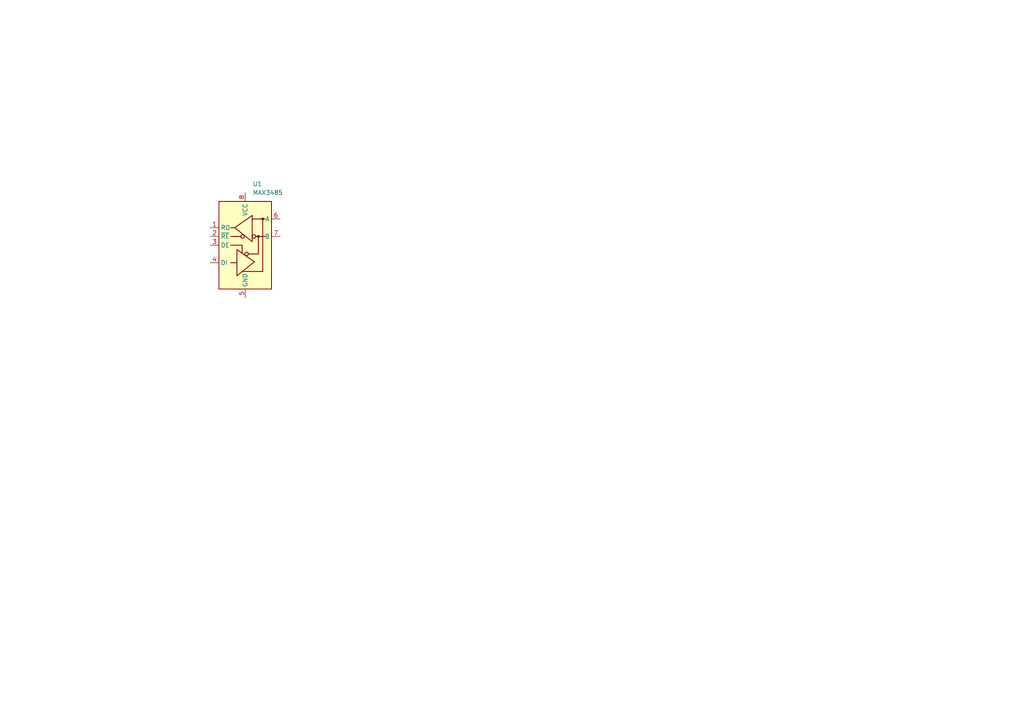
<source format=kicad_sch>
(kicad_sch (version 20250114) (generator "eeschema") (generator_version "9.0")
  (paper "A4")
  (title_block (title "max3485_reference"))
  (lib_symbols
    (symbol "MAX3485_1"
      (property "Reference" "U" (at -6.985 13.97 0))
      (property "Value" "MAX3485" (at 1.905 13.97 0))
      (symbol "MAX3485_1_0_1"
        (rectangle (start -7.62 12.7) (end 7.62 -12.7) (stroke (width 0.254)) (fill (type background)))
        (polyline (pts (xy -4.191 2.54) (xy -1.27 2.54)) (stroke (width 0.254)))
        (polyline (pts (xy -4.191 0) (xy -0.889 0) (xy -0.889 -2.286)) (stroke (width 0.254)))
        (polyline (pts (xy -3.175 5.08) (xy -4.191 5.08) (xy -4.064 5.08)) (stroke (width 0.254)))
        (polyline (pts (xy -2.54 -5.08) (xy -4.191 -5.08)) (stroke (width 0.254)))
        (polyline (pts (xy -2.413 -5.08) (xy -2.413 -1.27) (xy 2.667 -4.826) (xy -2.413 -8.89) (xy -2.413 -5.08)) (stroke (width 0.254)))
        (polyline (pts (xy -0.635 -7.62) (xy 5.08 -7.62)) (stroke (width 0.254)))
        (circle (center 0.381 -2.54) (radius 0.508) (stroke (width 0.254)))
        (polyline (pts (xy 0.889 -2.54) (xy 3.81 -2.54)) (stroke (width 0.254)))
        (polyline (pts (xy 2.032 7.62) (xy 5.715 7.62)) (stroke (width 0.254)))
        (polyline (pts (xy 3.048 2.54) (xy 5.715 2.54)) (stroke (width 0.254)))
        (circle (center 3.81 2.54) (radius 0.2794) (stroke (width 0.254)) (fill (type outline)))
        (polyline (pts (xy 3.81 -2.54) (xy 3.81 2.54)) (stroke (width 0.254)))
        (polyline (pts (xy 5.08 -7.62) (xy 5.08 7.62)) (stroke (width 0.254)))
      )
      (symbol "MAX3485_1_1_1"
        (circle (center -0.762 2.54) (radius 0.508) (stroke (width 0.254)))
        (polyline (pts (xy 2.032 4.826) (xy 2.032 8.636) (xy -3.048 5.08) (xy 2.032 1.016) (xy 2.032 4.826)) (stroke (width 0.254)))
        (circle (center 2.54 2.54) (radius 0.508) (stroke (width 0.254)))
        (circle (center 5.08 7.62) (radius 0.2794) (stroke (width 0.254)) (fill (type outline)))
        (pin output line (at -10.16 5.08 0) (length 2.54) (name "RO") (number "1"))
        (pin input line (at -10.16 2.54 0) (length 2.54) (name "~{RE}") (number "2"))
        (pin input line (at -10.16 0 0) (length 2.54) (name "DE") (number "3"))
        (pin input line (at -10.16 -5.08 0) (length 2.54) (name "DI") (number "4"))
        (pin power_in line (at 0 15.24 270) (length 2.54) (name "VCC") (number "8"))
        (pin power_in line (at 0 -15.24 90) (length 2.54) (name "GND") (number "5"))
        (pin bidirectional line (at 10.16 7.62 180) (length 2.54) (name "A") (number "6"))
        (pin bidirectional line (at 10.16 2.54 180) (length 2.54) (name "B") (number "7"))
      )
    )
  )
  (symbol (lib_name "MAX3485_1") (lib_id "Interface_UART:MAX3485") (at 71.12 71.12 0) (unit 1)
    (property "Reference" "U1" (at 73.2633 53.34 0) (effects (justify left)))
    (property "Value" "MAX3485" (at 73.2633 55.88 0) (effects (justify left)))
    (property "Footprint" "Package_SO:SOIC-8_3.9x4.9mm_P1.27mm" (effects (hide yes)))
    (property "Datasheet" "https://datasheets.maximintegrated.com/en/ds/MAX3483-MAX3491.pdf" (effects (hide yes)))
    (property "Description" "True RS-485/RS-422, 10Mbps, Slew-Rate Limited, with low-power shutdown, with receiver/driver enable, 32 receiver drive capacitity, DIP-8 and SOIC-8" (effects (hide yes)))
  )
)
</source>
